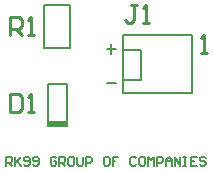
<source format=gto>
G04*
G04 #@! TF.GenerationSoftware,Altium Limited,Altium Designer,20.0.13 (296)*
G04*
G04 Layer_Color=65535*
%FSLAX25Y25*%
%MOIN*%
G70*
G01*
G75*
%ADD10C,0.00787*%
%ADD11C,0.01000*%
%ADD12R,0.06299X0.01575*%
D10*
X45587Y35276D02*
X51587D01*
Y45276D01*
X45587D02*
X51587D01*
X45587Y50276D02*
X68587D01*
X45587Y30776D02*
Y50276D01*
Y30776D02*
X68587D01*
Y50276D01*
X19291Y46063D02*
X27953D01*
X19291D02*
Y60236D01*
X27953D01*
Y46063D02*
Y60236D01*
X20472Y20079D02*
Y33858D01*
X26772D01*
Y20079D02*
Y33858D01*
X20472Y20079D02*
X26772D01*
X6693Y6693D02*
Y9645D01*
X8169D01*
X8661Y9153D01*
Y8169D01*
X8169Y7677D01*
X6693D01*
X7677D02*
X8661Y6693D01*
X9645Y9645D02*
Y6693D01*
Y7677D01*
X11613Y9645D01*
X10137Y8169D01*
X11613Y6693D01*
X12596Y7185D02*
X13089Y6693D01*
X14072D01*
X14564Y7185D01*
Y9153D01*
X14072Y9645D01*
X13089D01*
X12596Y9153D01*
Y8661D01*
X13089Y8169D01*
X14564D01*
X15548Y7185D02*
X16040Y6693D01*
X17024D01*
X17516Y7185D01*
Y9153D01*
X17024Y9645D01*
X16040D01*
X15548Y9153D01*
Y8661D01*
X16040Y8169D01*
X17516D01*
X23420Y9153D02*
X22928Y9645D01*
X21944D01*
X21452Y9153D01*
Y7185D01*
X21944Y6693D01*
X22928D01*
X23420Y7185D01*
Y8169D01*
X22436D01*
X24404Y6693D02*
Y9645D01*
X25880D01*
X26372Y9153D01*
Y8169D01*
X25880Y7677D01*
X24404D01*
X25388D02*
X26372Y6693D01*
X28831Y9645D02*
X27848D01*
X27356Y9153D01*
Y7185D01*
X27848Y6693D01*
X28831D01*
X29324Y7185D01*
Y9153D01*
X28831Y9645D01*
X30307D02*
Y7185D01*
X30799Y6693D01*
X31783D01*
X32275Y7185D01*
Y9645D01*
X33259Y6693D02*
Y9645D01*
X34735D01*
X35227Y9153D01*
Y8169D01*
X34735Y7677D01*
X33259D01*
X40639Y9645D02*
X39655D01*
X39163Y9153D01*
Y7185D01*
X39655Y6693D01*
X40639D01*
X41131Y7185D01*
Y9153D01*
X40639Y9645D01*
X44082D02*
X42115D01*
Y8169D01*
X43099D01*
X42115D01*
Y6693D01*
X49986Y9153D02*
X49494Y9645D01*
X48510D01*
X48018Y9153D01*
Y7185D01*
X48510Y6693D01*
X49494D01*
X49986Y7185D01*
X52446Y9645D02*
X51462D01*
X50970Y9153D01*
Y7185D01*
X51462Y6693D01*
X52446D01*
X52938Y7185D01*
Y9153D01*
X52446Y9645D01*
X53922Y6693D02*
Y9645D01*
X54906Y8661D01*
X55890Y9645D01*
Y6693D01*
X56874D02*
Y9645D01*
X58350D01*
X58842Y9153D01*
Y8169D01*
X58350Y7677D01*
X56874D01*
X59825Y6693D02*
Y8661D01*
X60809Y9645D01*
X61793Y8661D01*
Y6693D01*
Y8169D01*
X59825D01*
X62777Y6693D02*
Y9645D01*
X64745Y6693D01*
Y9645D01*
X65729D02*
X66713D01*
X66221D01*
Y6693D01*
X65729D01*
X66713D01*
X70157Y9645D02*
X68189D01*
Y6693D01*
X70157D01*
X68189Y8169D02*
X69173D01*
X73109Y9153D02*
X72617Y9645D01*
X71633D01*
X71141Y9153D01*
Y8661D01*
X71633Y8169D01*
X72617D01*
X73109Y7677D01*
Y7185D01*
X72617Y6693D01*
X71633D01*
X71141Y7185D01*
X40157Y34252D02*
X43306D01*
X40157Y45669D02*
X43306D01*
X41732Y47243D02*
Y44094D01*
D11*
X71587Y44276D02*
X73586D01*
X72586D01*
Y50274D01*
X71587Y49274D01*
X7812Y50151D02*
Y56149D01*
X10811D01*
X11811Y55149D01*
Y53150D01*
X10811Y52150D01*
X7812D01*
X9812D02*
X11811Y50151D01*
X13810D02*
X15810D01*
X14810D01*
Y56149D01*
X13810Y55149D01*
X50235Y60224D02*
X48236D01*
X49236D01*
Y55225D01*
X48236Y54226D01*
X47236D01*
X46237Y55225D01*
X52235Y54226D02*
X54234D01*
X53234D01*
Y60224D01*
X52235Y59224D01*
X7812Y30558D02*
Y24560D01*
X10811D01*
X11811Y25560D01*
Y29558D01*
X10811Y30558D01*
X7812D01*
X13810Y24560D02*
X15810D01*
X14810D01*
Y30558D01*
X13810Y29558D01*
D12*
X23622Y20866D02*
D03*
M02*

</source>
